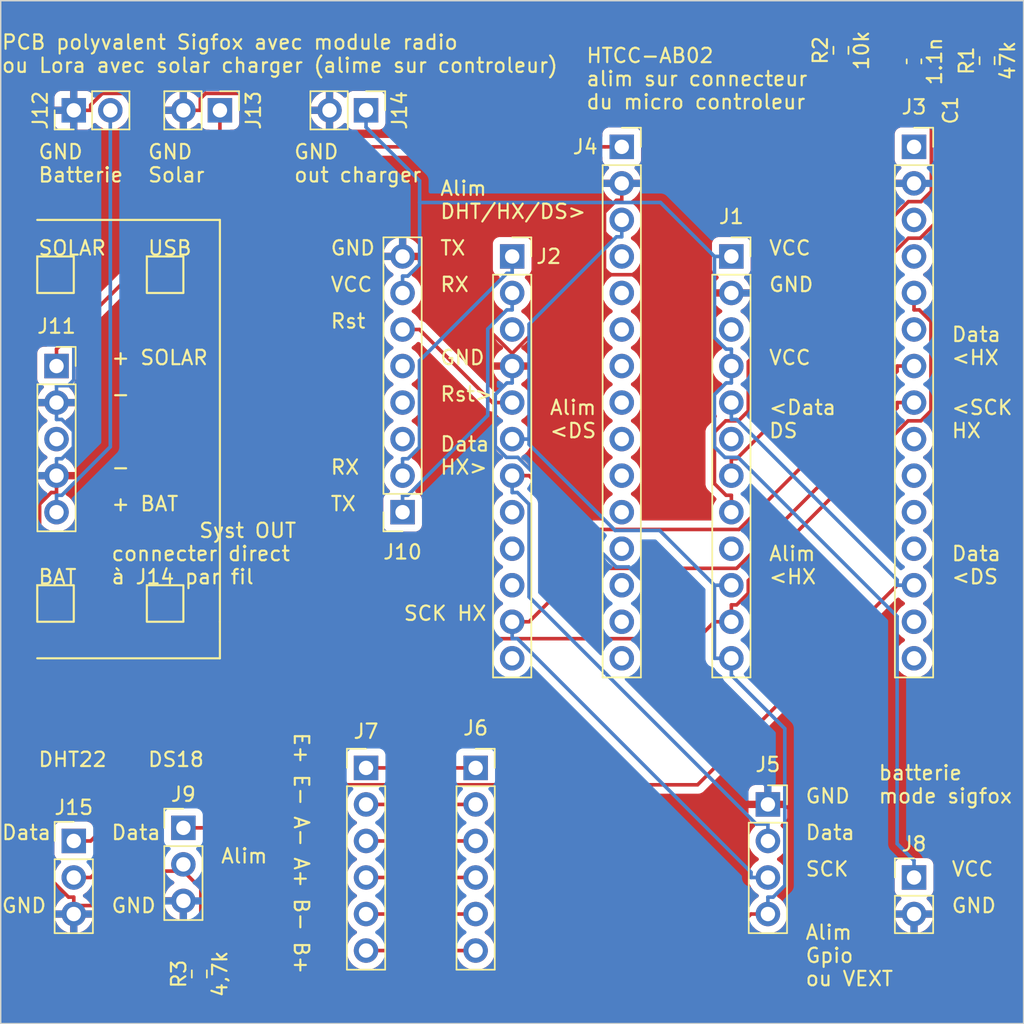
<source format=kicad_pcb>
(kicad_pcb (version 20240108) (generator "pcbnew") (generator_version "8.0")
  (title_block (date "sam. 04 avril 2015"))
  (layers (0 "F.Cu" signal) (31 "B.Cu" signal) (34 "B.Paste" user) (35 "F.Paste" user) (36 "B.SilkS" user "B.Silkscreen") (37 "F.SilkS" user "F.Silkscreen") (38 "B.Mask" user) (39 "F.Mask" user) (44 "Edge.Cuts" user))
  (net 0 "")
  (net 1 "GND")
  (net 2 "DS18B20_data")
  (net 3 "DHT PW")
  (net 4 "TX")
  (net 5 "RX")
  (net 8 "Reset")
  (net 9 "VCC")
  (net 10 "HX711_data")
  (net 11 "HX711_sck")
  (net 12 "Net-(J1-Pin_8)")
  (net 15 "Net-(J1-Pin_7)")
  (net 17 "DHT DATA")
  (net 41 "Net-(J6-Pin_1)")
  (net 42 "Net-(J6-Pin_2)")
  (net 43 "Net-(J6-Pin_3)")
  (net 44 "Net-(J6-Pin_4)")
  (net 45 "Net-(J6-Pin_5)")
  (net 46 "Net-(J6-Pin_6)")
  (net 52 "Net-(J11-Pin_1)")
  (net 54 "Net-(J11-Pin_5)")
  (footprint "Connector_PinSocket_2.54mm:PinSocket_1x15_P2.54mm_Vertical" (layer "F.Cu") (at 211.76 61.9)
    (property "Reference" "J3" (at 0 -2.77 0) (layer "F.SilkS"))
    (property "Value" "Conn_01x15" (hide yes))
    (pad "1" thru_hole rect (at 0 0) (size 1.7 1.7) (drill 1) (layers "*.Cu" "*.Mask"))
    (pad "2" thru_hole oval (at 0 2.54) (size 1.7 1.7) (drill 1) (layers "*.Cu" "*.Mask") (net 1 "GND"))
    (pad "3" thru_hole oval (at 0 5.08) (size 1.7 1.7) (drill 1) (layers "*.Cu" "*.Mask"))
    (pad "4" thru_hole oval (at 0 7.62) (size 1.7 1.7) (drill 1) (layers "*.Cu" "*.Mask"))
    (pad "5" thru_hole oval (at 0 10.16) (size 1.7 1.7) (drill 1) (layers "*.Cu" "*.Mask") (net 17 "DHT DATA"))
    (pad "6" thru_hole oval (at 0 12.7) (size 1.7 1.7) (drill 1) (layers "*.Cu" "*.Mask"))
    (pad "7" thru_hole oval (at 0 15.24) (size 1.7 1.7) (drill 1) (layers "*.Cu" "*.Mask") (net 10 "HX711_data"))
    (pad "8" thru_hole oval (at 0 17.78) (size 1.7 1.7) (drill 1) (layers "*.Cu" "*.Mask") (net 11 "HX711_sck"))
    (pad "9" thru_hole oval (at 0 20.32) (size 1.7 1.7) (drill 1) (layers "*.Cu" "*.Mask"))
    (pad "10" thru_hole oval (at 0 22.86) (size 1.7 1.7) (drill 1) (layers "*.Cu" "*.Mask"))
    (pad "11" thru_hole oval (at 0 25.4) (size 1.7 1.7) (drill 1) (layers "*.Cu" "*.Mask"))
    (pad "12" thru_hole oval (at 0 27.94) (size 1.7 1.7) (drill 1) (layers "*.Cu" "*.Mask"))
    (pad "13" thru_hole oval (at 0 30.48) (size 1.7 1.7) (drill 1) (layers "*.Cu" "*.Mask") (net 2 "DS18B20_data"))
    (pad "14" thru_hole oval (at 0 33.02) (size 1.7 1.7) (drill 1) (layers "*.Cu" "*.Mask"))
    (pad "15" thru_hole oval (at 0 35.56) (size 1.7 1.7) (drill 1) (layers "*.Cu" "*.Mask"))
  )
  (footprint "Connector_PinHeader_2.54mm:PinHeader_1x02_P2.54mm_Vertical" (layer "F.Cu") (at 173.66 59.36 -90)
    (property "Reference" "J14" (at 0 -2.33 90) (layer "F.SilkS"))
    (property "Value" "Conn_01x02" (hide yes))
    (pad "1" thru_hole rect (at 0 0 270) (size 1.7 1.7) (drill 1) (layers "*.Cu" "*.Mask") (net 9 "VCC"))
    (pad "2" thru_hole oval (at 0 2.54 270) (size 1.7 1.7) (drill 1) (layers "*.Cu" "*.Mask") (net 1 "GND"))
  )
  (footprint "Resistor_SMD:R_0603_1608Metric_Pad0.98x0.95mm_HandSolder" (layer "F.Cu") (at 206.68 55.1925 90)
    (property "Reference" "R2" (at 0 -1.43 90) (layer "F.SilkS"))
    (property "Value" "10k" (at 0 1.43 90) (layer "F.SilkS"))
    (pad "1" smd roundrect (at -0.9125 0 90) (size 0.975 0.95) (layers "F.Cu" "F.Paste" "F.Mask") (net 12 "Net-(J1-Pin_8)"))
    (pad "2" smd roundrect (at 0.9125 0 90) (size 0.975 0.95) (layers "F.Cu" "F.Paste" "F.Mask") (net 1 "GND"))
  )
  (footprint "Connector_PinHeader_2.54mm:PinHeader_1x02_P2.54mm_Vertical" (layer "F.Cu") (at 163.5 59.36 -90)
    (property "Reference" "J13" (at 0 -2.33 90) (layer "F.SilkS"))
    (property "Value" "Conn_01x02" (hide yes))
    (pad "1" thru_hole rect (at 0 0 270) (size 1.7 1.7) (drill 1) (layers "*.Cu" "*.Mask") (net 52 "Net-(J11-Pin_1)"))
    (pad "2" thru_hole oval (at 0 2.54 270) (size 1.7 1.7) (drill 1) (layers "*.Cu" "*.Mask") (net 1 "GND"))
  )
  (footprint "Connector_PinSocket_2.54mm:PinSocket_1x12_P2.54mm_Vertical" (layer "F.Cu") (at 199.06 69.52)
    (property "Reference" "J1" (at 0 -2.77 0) (layer "F.SilkS"))
    (property "Value" "Conn_01x12" (hide yes))
    (pad "1" thru_hole rect (at 0 0) (size 1.7 1.7) (drill 1) (layers "*.Cu" "*.Mask") (net 9 "VCC"))
    (pad "2" thru_hole oval (at 0 2.54) (size 1.7 1.7) (drill 1) (layers "*.Cu" "*.Mask") (net 1 "GND"))
    (pad "3" thru_hole oval (at 0 5.08) (size 1.7 1.7) (drill 1) (layers "*.Cu" "*.Mask"))
    (pad "4" thru_hole oval (at 0 7.62) (size 1.7 1.7) (drill 1) (layers "*.Cu" "*.Mask") (net 9 "VCC"))
    (pad "5" thru_hole oval (at 0 10.16) (size 1.7 1.7) (drill 1) (layers "*.Cu" "*.Mask") (net 2 "DS18B20_data"))
    (pad "6" thru_hole oval (at 0 12.7) (size 1.7 1.7) (drill 1) (layers "*.Cu" "*.Mask"))
    (pad "7" thru_hole oval (at 0 15.24) (size 1.7 1.7) (drill 1) (layers "*.Cu" "*.Mask") (net 15 "Net-(J1-Pin_7)"))
    (pad "8" thru_hole oval (at 0 17.78) (size 1.7 1.7) (drill 1) (layers "*.Cu" "*.Mask") (net 12 "Net-(J1-Pin_8)"))
    (pad "9" thru_hole oval (at 0 20.32) (size 1.7 1.7) (drill 1) (layers "*.Cu" "*.Mask"))
    (pad "10" thru_hole oval (at 0 22.86) (size 1.7 1.7) (drill 1) (layers "*.Cu" "*.Mask") (net 3 "DHT PW"))
    (pad "11" thru_hole oval (at 0 25.4) (size 1.7 1.7) (drill 1) (layers "*.Cu" "*.Mask") (net 17 "DHT DATA"))
    (pad "12" thru_hole oval (at 0 27.94) (size 1.7 1.7) (drill 1) (layers "*.Cu" "*.Mask") (net 3 "DHT PW"))
  )
  (footprint "Resistor_SMD:R_0603_1608Metric_Pad0.98x0.95mm_HandSolder" (layer "F.Cu") (at 162.07 119.4075 90)
    (property "Reference" "R3" (at 0 -1.43 90) (layer "F.SilkS"))
    (property "Value" "4,7k" (at 0 1.43 90) (layer "F.SilkS"))
    (pad "1" smd roundrect (at -0.9125 0 90) (size 0.975 0.95) (layers "F.Cu" "F.Paste" "F.Mask") (net 3 "DHT PW"))
    (pad "2" smd roundrect (at 0.9125 0 90) (size 0.975 0.95) (layers "F.Cu" "F.Paste" "F.Mask") (net 2 "DS18B20_data"))
  )
  (footprint "Connector_PinSocket_2.54mm:PinSocket_1x08_P2.54mm_Vertical" (layer "F.Cu") (at 176.2 87.3 180)
    (property "Reference" "J10" (at 0 -2.77 180) (layer "F.SilkS"))
    (property "Value" "Conn_01x08" (hide yes))
    (pad "1" thru_hole rect (at 0 0 180) (size 1.7 1.7) (drill 1) (layers "*.Cu" "*.Mask") (net 4 "TX"))
    (pad "2" thru_hole oval (at 0 2.54 180) (size 1.7 1.7) (drill 1) (layers "*.Cu" "*.Mask") (net 5 "RX"))
    (pad "3" thru_hole oval (at 0 5.08 180) (size 1.7 1.7) (drill 1) (layers "*.Cu" "*.Mask"))
    (pad "4" thru_hole oval (at 0 7.62 180) (size 1.7 1.7) (drill 1) (layers "*.Cu" "*.Mask"))
    (pad "5" thru_hole oval (at 0 10.16 180) (size 1.7 1.7) (drill 1) (layers "*.Cu" "*.Mask"))
    (pad "6" thru_hole oval (at 0 12.7 180) (size 1.7 1.7) (drill 1) (layers "*.Cu" "*.Mask") (net 8 "Reset"))
    (pad "7" thru_hole oval (at 0 15.24 180) (size 1.7 1.7) (drill 1) (layers "*.Cu" "*.Mask") (net 9 "VCC"))
    (pad "8" thru_hole oval (at 0 17.78 180) (size 1.7 1.7) (drill 1) (layers "*.Cu" "*.Mask") (net 1 "GND"))
  )
  (footprint "Connector_PinSocket_2.54mm:PinSocket_1x05_P2.54mm_Vertical" (layer "F.Cu") (at 152.14 77.14)
    (property "Reference" "J11" (at 0 -2.77 0) (layer "F.SilkS"))
    (property "Value" "Conn_01x05" (hide yes))
    (pad "1" thru_hole rect (at 0 0) (size 1.7 1.7) (drill 1) (layers "*.Cu" "*.Mask") (net 52 "Net-(J11-Pin_1)"))
    (pad "2" thru_hole oval (at 0 2.54) (size 1.7 1.7) (drill 1) (layers "*.Cu" "*.Mask") (net 1 "GND"))
    (pad "3" thru_hole oval (at 0 5.08) (size 1.7 1.7) (drill 1) (layers "*.Cu" "*.Mask"))
    (pad "4" thru_hole oval (at 0 7.62) (size 1.7 1.7) (drill 1) (layers "*.Cu" "*.Mask") (net 1 "GND"))
    (pad "5" thru_hole oval (at 0 10.16) (size 1.7 1.7) (drill 1) (layers "*.Cu" "*.Mask") (net 54 "Net-(J11-Pin_5)"))
  )
  (footprint "Connector_PinHeader_2.54mm:PinHeader_1x03_P2.54mm_Vertical" (layer "F.Cu") (at 153.34 110.16)
    (property "Reference" "J15" (at 0 -2.33 0) (layer "F.SilkS"))
    (property "Value" "Conn_01x03" (hide yes))
    (pad "1" thru_hole rect (at 0 0) (size 1.7 1.7) (drill 1) (layers "*.Cu" "*.Mask") (net 17 "DHT DATA"))
    (pad "2" thru_hole oval (at 0 2.54) (size 1.7 1.7) (drill 1) (layers "*.Cu" "*.Mask") (net 3 "DHT PW"))
    (pad "3" thru_hole oval (at 0 5.08) (size 1.7 1.7) (drill 1) (layers "*.Cu" "*.Mask") (net 1 "GND"))
  )
  (footprint "Connector_PinSocket_2.54mm:PinSocket_1x04_P2.54mm_Vertical" (layer "F.Cu") (at 201.6 107.62)
    (property "Reference" "J5" (at 0 -2.77 0) (layer "F.SilkS"))
    (property "Value" "Conn_01x04" (hide yes))
    (pad "1" thru_hole rect (at 0 0) (size 1.7 1.7) (drill 1) (layers "*.Cu" "*.Mask") (net 1 "GND"))
    (pad "2" thru_hole oval (at 0 2.54) (size 1.7 1.7) (drill 1) (layers "*.Cu" "*.Mask") (net 10 "HX711_data"))
    (pad "3" thru_hole oval (at 0 5.08) (size 1.7 1.7) (drill 1) (layers "*.Cu" "*.Mask") (net 11 "HX711_sck"))
    (pad "4" thru_hole oval (at 0 7.62) (size 1.7 1.7) (drill 1) (layers "*.Cu" "*.Mask") (net 3 "DHT PW"))
  )
  (footprint "Connector_PinHeader_2.54mm:PinHeader_1x03_P2.54mm_Vertical" (layer "F.Cu") (at 160.96 109.2475)
    (property "Reference" "J9" (at 0 -2.33 0) (layer "F.SilkS"))
    (property "Value" "Conn_01x03" (hide yes))
    (pad "1" thru_hole rect (at 0 0) (size 1.7 1.7) (drill 1) (layers "*.Cu" "*.Mask") (net 2 "DS18B20_data"))
    (pad "2" thru_hole oval (at 0 2.54) (size 1.7 1.7) (drill 1) (layers "*.Cu" "*.Mask") (net 3 "DHT PW"))
    (pad "3" thru_hole oval (at 0 5.08) (size 1.7 1.7) (drill 1) (layers "*.Cu" "*.Mask") (net 1 "GND"))
  )
  (footprint "Resistor_SMD:R_0603_1608Metric_Pad0.98x0.95mm_HandSolder" (layer "F.Cu") (at 216.84 55.9075 90)
    (property "Reference" "R1" (at 0 -1.43 90) (layer "F.SilkS"))
    (property "Value" "47k" (at 0 1.43 90) (layer "F.SilkS"))
    (pad "1" smd roundrect (at -0.9125 0 90) (size 0.975 0.95) (layers "F.Cu" "F.Paste" "F.Mask") (net 15 "Net-(J1-Pin_7)"))
    (pad "2" smd roundrect (at 0.9125 0 90) (size 0.975 0.95) (layers "F.Cu" "F.Paste" "F.Mask") (net 12 "Net-(J1-Pin_8)"))
  )
  (footprint "Connector_PinSocket_2.54mm:PinSocket_1x06_P2.54mm_Vertical" (layer "F.Cu") (at 181.28 105.08)
    (property "Reference" "J6" (at 0 -2.77 0) (layer "F.SilkS"))
    (property "Value" "Conn_01x06" (hide yes))
    (pad "1" thru_hole rect (at 0 0) (size 1.7 1.7) (drill 1) (layers "*.Cu" "*.Mask") (net 41 "Net-(J6-Pin_1)"))
    (pad "2" thru_hole oval (at 0 2.54) (size 1.7 1.7) (drill 1) (layers "*.Cu" "*.Mask") (net 42 "Net-(J6-Pin_2)"))
    (pad "3" thru_hole oval (at 0 5.08) (size 1.7 1.7) (drill 1) (layers "*.Cu" "*.Mask") (net 43 "Net-(J6-Pin_3)"))
    (pad "4" thru_hole oval (at 0 7.62) (size 1.7 1.7) (drill 1) (layers "*.Cu" "*.Mask") (net 44 "Net-(J6-Pin_4)"))
    (pad "5" thru_hole oval (at 0 10.16) (size 1.7 1.7) (drill 1) (layers "*.Cu" "*.Mask") (net 45 "Net-(J6-Pin_5)"))
    (pad "6" thru_hole oval (at 0 12.7) (size 1.7 1.7) (drill 1) (layers "*.Cu" "*.Mask") (net 46 "Net-(J6-Pin_6)"))
  )
  (footprint "Connector_PinHeader_2.54mm:PinHeader_1x02_P2.54mm_Vertical" (layer "F.Cu") (at 211.76 112.7)
    (property "Reference" "J8" (at 0 -2.33 0) (layer "F.SilkS"))
    (property "Value" "Conn_01x02" (hide yes))
    (pad "1" thru_hole rect (at 0 0) (size 1.7 1.7) (drill 1) (layers "*.Cu" "*.Mask") (net 9 "VCC"))
    (pad "2" thru_hole oval (at 0 2.54) (size 1.7 1.7) (drill 1) (layers "*.Cu" "*.Mask") (net 1 "GND"))
  )
  (footprint "Capacitor_SMD:C_0603_1608Metric_Pad1.08x0.95mm_HandSolder" (layer "F.Cu") (at 211.76 55.9575 90)
    (property "Reference" "C1" (at -3.4025 2.54 90) (layer "F.SilkS"))
    (property "Value" "1.1n" (at 0 1.43 90) (layer "F.SilkS"))
    (pad "1" smd roundrect (at -0.8625 0 90) (size 1.075 0.95) (layers "F.Cu" "F.Paste" "F.Mask") (net 12 "Net-(J1-Pin_8)"))
    (pad "2" smd roundrect (at 0.8625 0 90) (size 1.075 0.95) (layers "F.Cu" "F.Paste" "F.Mask") (net 1 "GND"))
  )
  (footprint "Connector_PinSocket_2.54mm:PinSocket_1x15_P2.54mm_Vertical" (layer "F.Cu") (at 191.44 61.9)
    (property "Reference" "J4" (at -2.54 0 0) (layer "F.SilkS"))
    (property "Value" "Conn_01x15" (hide yes))
    (pad "1" thru_hole rect (at 0 0) (size 1.7 1.7) (drill 1) (layers "*.Cu" "*.Mask") (net 52 "Net-(J11-Pin_1)"))
    (pad "2" thru_hole oval (at 0 2.54) (size 1.7 1.7) (drill 1) (layers "*.Cu" "*.Mask") (net 1 "GND"))
    (pad "3" thru_hole oval (at 0 5.08) (size 1.7 1.7) (drill 1) (layers "*.Cu" "*.Mask") (net 3 "DHT PW"))
    (pad "4" thru_hole oval (at 0 7.62) (size 1.7 1.7) (drill 1) (layers "*.Cu" "*.Mask"))
    (pad "5" thru_hole oval (at 0 10.16) (size 1.7 1.7) (drill 1) (layers "*.Cu" "*.Mask"))
    (pad "6" thru_hole oval (at 0 12.7) (size 1.7 1.7) (drill 1) (layers "*.Cu" "*.Mask"))
    (pad "7" thru_hole oval (at 0 15.24) (size 1.7 1.7) (drill 1) (layers "*.Cu" "*.Mask"))
    (pad "8" thru_hole oval (at 0 17.78) (size 1.7 1.7) (drill 1) (layers "*.Cu" "*.Mask"))
    (pad "9" thru_hole oval (at 0 20.32) (size 1.7 1.7) (drill 1) (layers "*.Cu" "*.Mask"))
    (pad "10" thru_hole oval (at 0 22.86) (size 1.7 1.7) (drill 1) (layers "*.Cu" "*.Mask"))
    (pad "11" thru_hole oval (at 0 25.4) (size 1.7 1.7) (drill 1) (layers "*.Cu" "*.Mask"))
    (pad "12" thru_hole oval (at 0 27.94) (size 1.7 1.7) (drill 1) (layers "*.Cu" "*.Mask"))
    (pad "13" thru_hole oval (at 0 30.48) (size 1.7 1.7) (drill 1) (layers "*.Cu" "*.Mask"))
    (pad "14" thru_hole oval (at 0 33.02) (size 1.7 1.7) (drill 1) (layers "*.Cu" "*.Mask"))
    (pad "15" thru_hole oval (at 0 35.56) (size 1.7 1.7) (drill 1) (layers "*.Cu" "*.Mask"))
  )
  (footprint "Connector_PinHeader_2.54mm:PinHeader_1x06_P2.54mm_Vertical" (layer "F.Cu") (at 173.66 105.08)
    (property "Reference" "J7" (at 0 -2.54 0) (layer "F.SilkS"))
    (property "Value" "Conn_01x06" (hide yes))
    (pad "1" thru_hole rect (at 0 0) (size 1.7 1.7) (drill 1) (layers "*.Cu" "*.Mask") (net 41 "Net-(J6-Pin_1)"))
    (pad "2" thru_hole oval (at 0 2.54) (size 1.7 1.7) (drill 1) (layers "*.Cu" "*.Mask") (net 42 "Net-(J6-Pin_2)"))
    (pad "3" thru_hole oval (at 0 5.08) (size 1.7 1.7) (drill 1) (layers "*.Cu" "*.Mask") (net 43 "Net-(J6-Pin_3)"))
    (pad "4" thru_hole oval (at 0 7.62) (size 1.7 1.7) (drill 1) (layers "*.Cu" "*.Mask") (net 44 "Net-(J6-Pin_4)"))
    (pad "5" thru_hole oval (at 0 10.16) (size 1.7 1.7) (drill 1) (layers "*.Cu" "*.Mask") (net 45 "Net-(J6-Pin_5)"))
    (pad "6" thru_hole oval (at 0 12.7) (size 1.7 1.7) (drill 1) (layers "*.Cu" "*.Mask") (net 46 "Net-(J6-Pin_6)"))
  )
  (footprint "Connector_PinHeader_2.54mm:PinHeader_1x02_P2.54mm_Vertical" (layer "F.Cu") (at 153.34 59.36 90)
    (property "Reference" "J12" (at 0 -2.33 90) (layer "F.SilkS"))
    (property "Value" "Conn_01x02" (hide yes))
    (pad "1" thru_hole rect (at 0 0 90) (size 1.7 1.7) (drill 1) (layers "*.Cu" "*.Mask") (net 1 "GND"))
    (pad "2" thru_hole oval (at 0 2.54 90) (size 1.7 1.7) (drill 1) (layers "*.Cu" "*.Mask") (net 54 "Net-(J11-Pin_5)"))
  )
  (footprint "Connector_PinSocket_2.54mm:PinSocket_1x12_P2.54mm_Vertical" (layer "F.Cu") (at 183.82 69.52)
    (property "Reference" "J2" (at 2.54 0 0) (layer "F.SilkS"))
    (property "Value" "Conn_01x12" (hide yes))
    (pad "1" thru_hole rect (at 0 0) (size 1.7 1.7) (drill 1) (layers "*.Cu" "*.Mask") (net 5 "RX"))
    (pad "2" thru_hole oval (at 0 2.54) (size 1.7 1.7) (drill 1) (layers "*.Cu" "*.Mask") (net 4 "TX"))
    (pad "3" thru_hole oval (at 0 5.08) (size 1.7 1.7) (drill 1) (layers "*.Cu" "*.Mask"))
    (pad "4" thru_hole oval (at 0 7.62) (size 1.7 1.7) (drill 1) (layers "*.Cu" "*.Mask") (net 1 "GND"))
    (pad "5" thru_hole oval (at 0 10.16) (size 1.7 1.7) (drill 1) (layers "*.Cu" "*.Mask") (net 8 "Reset"))
    (pad "6" thru_hole oval (at 0 12.7) (size 1.7 1.7) (drill 1) (layers "*.Cu" "*.Mask") (net 3 "DHT PW"))
    (pad "7" thru_hole oval (at 0 15.24) (size 1.7 1.7) (drill 1) (layers "*.Cu" "*.Mask") (net 10 "HX711_data"))
    (pad "8" thru_hole oval (at 0 17.78) (size 1.7 1.7) (drill 1) (layers "*.Cu" "*.Mask"))
    (pad "9" thru_hole oval (at 0 20.32) (size 1.7 1.7) (drill 1) (layers "*.Cu" "*.Mask"))
    (pad "10" thru_hole oval (at 0 22.86) (size 1.7 1.7) (drill 1) (layers "*.Cu" "*.Mask"))
    (pad "11" thru_hole oval (at 0 25.4) (size 1.7 1.7) (drill 1) (layers "*.Cu" "*.Mask") (net 11 "HX711_sck"))
    (pad "12" thru_hole oval (at 0 27.94) (size 1.7 1.7) (drill 1) (layers "*.Cu" "*.Mask"))
  )
  (gr_rect (start 150.8 69.52) (end 153.34 72.06) (stroke (width 0.15)) (fill none) (layer "F.SilkS"))
  (gr_line (start 163.5 94.92) (end 163.5 97.46) (stroke (width 0.15)) (layer "F.SilkS"))
  (gr_rect (start 158.42 69.52) (end 160.96 72.06) (stroke (width 0.15)) (fill none) (layer "F.SilkS"))
  (gr_line (start 150.8 66.98) (end 163.5 66.98) (stroke (width 0.15)) (layer "F.SilkS"))
  (gr_line (start 163.5 97.46) (end 150.8 97.46) (stroke (width 0.15)) (layer "F.SilkS"))
  (gr_rect (start 158.42 92.38) (end 160.96 94.92) (stroke (width 0.15)) (fill none) (layer "F.SilkS"))
  (gr_line (start 163.5 66.98) (end 163.5 94.92) (stroke (width 0.15)) (layer "F.SilkS"))
  (gr_rect (start 150.8 92.38) (end 153.34 94.92) (stroke (width 0.15)) (fill none) (layer "F.SilkS"))
  (gr_rect (start 148.26 51.74) (end 219.38 122.86) (stroke (width 0.1)) (fill none) (layer "Edge.Cuts"))
  (gr_text "Data" (at 155.88 110.16 0) (layer "F.SilkS") (effects (font (size 1 1)) (justify left bottom)))
  (gr_text "GND" (at 178.74 77.14 0) (layer "F.SilkS") (effects (font (size 1 1)) (justify left bottom)))
  (gr_text "Data\nHX>" (at 178.74 84.76 0) (layer "F.SilkS") (effects (font (size 1 1)) (justify left bottom)))
  (gr_text "-" (at 155.88 84.76 0) (layer "F.SilkS") (effects (font (size 1 1)) (justify left bottom)))
  (gr_text "TX" (at 178.74 69.52 0) (layer "F.SilkS") (effects (font (size 1 1)) (justify left bottom)))
  (gr_text "GND" (at 201.6 72.06 0) (layer "F.SilkS") (effects (font (size 1 1)) (justify left bottom)))
  (gr_text "GND" (at 148.26 115.24 0) (layer "F.SilkS") (effects (font (size 1 1)) (justify left bottom)))
  (gr_text "TX" (at 171.12 87.3 0) (layer "F.SilkS") (effects (font (size 1 1)) (justify left bottom)))
  (gr_text "SCK" (at 204.14 112.7 0) (layer "F.SilkS") (effects (font (size 1 1)) (justify left bottom)))
  (gr_text "GND\nSolar" (at 158.42 64.44 0) (layer "F.SilkS") (effects (font (size 1 1)) (justify left bottom)))
  (gr_text "Data" (at 204.14 110.16 0) (layer "F.SilkS") (effects (font (size 1 1)) (justify left bottom)))
  (gr_text "GND" (at 171.12 69.52 0) (layer "F.SilkS") (effects (font (size 1 1)) (justify left bottom)))
  (gr_text "VCC" (at 201.6 77.14 0) (layer "F.SilkS") (effects (font (size 1 1)) (justify left bottom)))
  (gr_text "GND\nout charger" (at 168.58 64.44 0) (layer "F.SilkS") (effects (font (size 1 1)) (justify left bottom)))
  (gr_text "Alim\n<DS" (at 186.36 82.22 0) (layer "F.SilkS") (effects (font (size 1 1)) (justify left bottom)))
  (gr_text "Alim\nDHT/HX/DS>" (at 178.74 66.98 0) (layer "F.SilkS") (effects (font (size 1 1)) (justify left bottom)))
  (gr_text "RX" (at 171.12 84.76 0) (layer "F.SilkS") (effects (font (size 1 1)) (justify left bottom)))
  (gr_text "GND" (at 204.14 107.62 0) (layer "F.SilkS") (effects (font (size 1 1)) (justify left bottom)))
  (gr_text "Rst>" (at 178.74 79.68 0) (layer "F.SilkS") (effects (font (size 1 1)) (justify left bottom)))
  (gr_text "BAT" (at 150.8 92.38 0) (layer "F.SilkS") (effects (font (size 1 1)) (justify left bottom)))
  (gr_text "<SCK\nHX" (at 214.3 82.22 0) (layer "F.SilkS") (effects (font (size 1 1)) (justify left bottom)))
  (gr_text "Data" (at 148.26 110.16 0) (layer "F.SilkS") (effects (font (size 1 1)) (justify left bottom)))
  (gr_text "+ SOLAR" (at 155.88 77.14 0) (layer "F.SilkS") (effects (font (size 1 1)) (justify left bottom)))
  (gr_text "USB" (at 158.42 69.52 0) (layer "F.SilkS") (effects (font (size 1 1)) (justify left bottom)))
  (gr_text "RX" (at 178.74 72.06 0) (layer "F.SilkS") (effects (font (size 1 1)) (justify left bottom)))
  (gr_text "batterie \nmode sigfox" (at 209.22 107.62 0) (layer "F.SilkS") (effects (font (size 1 1)) (justify left bottom)))
  (gr_text "SOLAR" (at 150.8 69.52 0) (layer "F.SilkS") (effects (font (size 1 1)) (justify left bottom)))
  (gr_text "SCK HX" (at 176.2 94.92 0) (layer "F.SilkS") (effects (font (size 1 1)) (justify left bottom)))
  (gr_text "Data\n<DS" (at 214.3 92.38 0) (layer "F.SilkS") (effects (font (size 1 1)) (justify left bottom)))
  (gr_text "Alim" (at 163.5 111.7875 0) (layer "F.SilkS") (effects (font (size 1 1)) (justify left bottom)))
  (gr_text "+ BAT" (at 155.88 87.3 0) (layer "F.SilkS") (effects (font (size 1 1)) (justify left bottom)))
  (gr_text "DHT22" (at 150.8 105.08 0) (layer "F.SilkS") (effects (font (size 1 1)) (justify left bottom)))
  (gr_text "DS18" (at 158.42 105.08 0) (layer "F.SilkS") (effects (font (size 1 1)) (justify left bottom)))
  (gr_text "        Syst OUT\nconnecter direct\nà J14 par fil" (at 155.88 92.38 0) (layer "F.SilkS") (effects (font (size 1 1)) (justify left bottom)))
  (gr_text "Alim\n<HX" (at 201.6 92.38 0) (layer "F.SilkS") (effects (font (size 1 1)) (justify left bottom)))
  (gr_text "HTCC-AB02\nalim sur connecteur\ndu micro controleur" (at 188.9 59.36 0) (layer "F.SilkS") (effects (font (size 1 1)) (justify left bottom)))
  (gr_text "GND\nBatterie" (at 150.8 64.44 0) (layer "F.SilkS") (effects (font (size 1 1)) (justify left bottom)))
  (gr_text "Alim\nGpio\nou VEXT" (at 204.14 120.32 0) (layer "F.SilkS") (effects (font (size 1 1)) (justify left bottom)))
  (gr_text "Rst" (at 171.12 74.6 0) (layer "F.SilkS") (effects (font (size 1 1)) (justify left bottom)))
  (gr_text "Data\n<HX" (at 214.3 77.14 0) (layer "F.SilkS") (effects (font (size 1 1)) (justify left bottom)))
  (gr_text "E+ E- A- A+ B- B+" (at 168.58 102.54 270) (layer "F.SilkS") (effects (font (size 1 1)) (justify left bottom)))
  (gr_text "VCC" (at 171.12 72.06 0) (layer "F.SilkS") (effects (font (size 1 1)) (justify left bottom)))
  (gr_text "-" (at 155.88 79.68 0) (layer "F.SilkS") (effects (font (size 1 1)) (justify left bottom)))
  (gr_text "VCC" (at 201.6 69.52 0) (layer "F.SilkS") (effects (font (size 1 1)) (justify left bottom)))
  (gr_text "GND" (at 155.88 115.24 0) (layer "F.SilkS") (effects (font (size 1 1)) (justify left bottom)))
  (gr_text "GND" (at 214.3 115.24 0) (layer "F.SilkS") (effects (font (size 1 1)) (justify left bottom)))
  (gr_text "<Data\nDS" (at 201.6 82.22 0) (layer "F.SilkS") (effects (font (size 1 1)) (justify left bottom)))
  (gr_text "VCC" (at 214.3 112.7 0) (layer "F.SilkS") (effects (font (size 1 1)) (justify left bottom)))
  (gr_text "PCB polyvalent Sigfox avec module radio\nou Lora avec solar charger (alime sur controleur)" (at 148.26 56.82 0) (layer "F.SilkS") (effects (font (size 1 1)) (justify left bottom)))
  (segment (start 152.14 85.9353) (end 151.7726 85.9353) (width 0.25) (layer "F.Cu") (net 1))
  (segment (start 191.44 65.6153) (end 191.0726 65.6153) (width 0.25) (layer "F.Cu") (net 1))
  (segment (start 160.96 59.36) (end 159.7847 59.36) (width 0.25) (layer "F.Cu") (net 1))
  (segment (start 208.6503 63.645) (end 205.8625 60.8572) (width 0.25) (layer "F.Cu") (net 1))
  (segment (start 152.9727 114.0647) (end 153.34 114.0647) (width 0.25) (layer "F.Cu") (net 1))
  (segment (start 155.3233 58.1847) (end 158.6094 58.1847) (width 0.25) (layer "F.Cu") (net 1))
  (segment (start 190.2381 66.4498) (end 190.2381 70.79) (width 0.25) (layer "F.Cu") (net 1))
  (segment (start 151.7726 85.9353) (end 150.9647 86.7432) (width 0.25) (layer "F.Cu") (net 1))
  (segment (start 150.9647 86.7432) (end 150.9647 112.0567) (width 0.25) (layer "F.Cu") (net 1))
  (segment (start 191.44 64.44) (end 191.44 65.6153) (width 0.25) (layer "F.Cu") (net 1))
  (segment (start 191.0726 65.6153) (end 190.2381 66.4498) (width 0.25) (layer "F.Cu") (net 1))
  (segment (start 158.6094 58.1847) (end 159.7847 59.36) (width 0.25) (layer "F.Cu") (net 1))
  (segment (start 153.34 114.6523) (end 153.34 114.0647) (width 0.25) (layer "F.Cu") (net 1))
  (segment (start 208.6503 63.645) (end 200.2353 72.06) (width 0.25) (layer "F.Cu") (net 1))
  (segment (start 183.82 77.14) (end 183.82 76.2623) (width 0.25) (layer "F.Cu") (net 1))
  (segment (start 153.34 59.36) (end 154.5153 59.36) (width 0.25) (layer "F.Cu") (net 1))
  (segment (start 202.7753 107.62) (end 210.3953 115.24) (width 0.25) (layer "F.Cu") (net 1))
  (segment (start 150.9647 112.0567) (end 152.9727 114.0647) (width 0.25) (layer "F.Cu") (net 1))
  (segment (start 201.6 107.62) (end 202.7753 107.62) (width 0.25) (layer "F.Cu") (net 1))
  (segment (start 154.5153 58.9927) (end 155.3233 58.1847) (width 0.25) (layer "F.Cu") (net 1))
  (segment (start 168.7694 58.1847) (end 162.5025 58.1847) (width 0.25) (layer "F.Cu") (net 1))
  (segment (start 205.8625 55.0975) (end 206.68 54.28) (width 0.25) (layer "F.Cu") (net 1))
  (segment (start 160.96 114.3275) (end 159.7847 114.3275) (width 0.25) (layer "F.Cu") (net 1))
  (segment (start 207.495 55.095) (end 206.68 54.28) (width 0.25) (layer "F.Cu") (net 1))
  (segment (start 205.8625 60.8572) (end 205.8625 55.0975) (width 0.25) (layer "F.Cu") (net 1))
  (segment (start 162.1353 58.5519) (end 162.1353 59.36) (width 0.25) (layer "F.Cu") (net 1))
  (segment (start 199.06 72.06) (end 200.2353 72.06) (width 0.25) (layer "F.Cu") (net 1))
  (segment (start 162.5025 58.1847) (end 162.1353 58.5519) (width 0.25) (layer "F.Cu") (net 1))
  (segment (start 210.6973 64.44) (end 209.4453 64.44) (width 0.25) (layer "F.Cu") (net 1))
  (segment (start 176.2 69.52) (end 177.3753 69.52) (width 0.25) (layer "F.Cu") (net 1))
  (segment (start 183.82 76.2623) (end 189.2923 70.79) (width 0.25) (layer "F.Cu") (net 1))
  (segment (start 177.3753 69.52) (end 177.3753 69.8176) (width 0.25) (layer "F.Cu") (net 1))
  (segment (start 169.9447 59.36) (end 168.7694 58.1847) (width 0.25) (layer "F.Cu") (net 1))
  (segment (start 160.96 59.36) (end 162.1353 59.36) (width 0.25) (layer "F.Cu") (net 1))
  (segment (start 210.3953 115.24) (end 211.76 115.24) (width 0.25) (layer "F.Cu") (net 1))
  (segment (start 209.4453 64.44) (end 208.6503 63.645) (width 0.25) (layer "F.Cu") (net 1))
  (segment (start 211.76 55.095) (end 207.495 55.095) (width 0.25) (layer "F.Cu") (net 1))
  (segment (start 189.2923 70.79) (end 190.2381 70.79) (width 0.25) (layer "F.Cu") (net 1))
  (segment (start 199.06 72.06) (end 197.8847 72.06) (width 0.25) (layer "F.Cu") (net 1))
  (segment (start 154.5153 59.36) (end 154.5153 58.9927) (width 0.25) (layer "F.Cu") (net 1))
  (segment (start 211.76 64.44) (end 210.6973 64.44) (width 0.25) (layer "F.Cu") (net 1))
  (segment (start 190.2381 70.79) (end 196.6147 70.79) (width 0.25) (layer "F.Cu") (net 1))
  (segment (start 171.12 59.36) (end 169.9447 59.36) (width 0.25) (layer "F.Cu") (net 1))
  (segment (start 177.3753 69.8176) (end 183.82 76.2623) (width 0.25) (layer "F.Cu") (net 1))
  (segment (start 159.4599 114.6523) (end 159.7847 114.3275) (width 0.25) (layer "F.Cu") (net 1))
  (segment (start 153.34 115.24) (end 153.34 114.6523) (width 0.25) (layer "F.Cu") (net 1))
  (segment (start 196.6147 70.79) (end 197.8847 72.06) (width 0.25) (layer "F.Cu") (net 1))
  (segment (start 152.14 84.76) (end 152.14 85.9353) (width 0.25) (layer "F.Cu") (net 1))
  (segment (start 153.34 114.6523) (end 159.4599 114.6523) (width 0.25) (layer "F.Cu") (net 1))
  (segment (start 183.417 83.49) (end 184.2136 83.49) (width 0.25) (layer "B.Cu") (net 1))
  (segment (start 184.2136 83.49) (end 189.871 89.1474) (width 0.25) (layer "B.Cu") (net 1))
  (segment (start 191.9294 91.11) (end 195.175 94.3556) (width 0.25) (layer "B.Cu") (net 1))
  (segment (start 189.871 89.9335) (end 191.0475 91.11) (width 0.25) (layer "B.Cu") (net 1))
  (segment (start 152.5073 83.5847) (end 153.3153 82.7767) (width 0.25) (layer "B.Cu") (net 1))
  (segment (start 195.175 94.3556) (end 195.175 100.0197) (width 0.25) (layer "B.Cu") (net 1))
  (segment (start 153.3153 82.7767) (end 153.3153 81.6632) (width 0.25) (layer "B.Cu") (net 1))
  (segment (start 171.12 59.36) (end 171.12 60.5353) (width 0.25) (layer "B.Cu") (net 1))
  (segment (start 152.14 84.76) (end 152.14 83.5847) (width 0.25) (layer "B.Cu") (net 1))
  (segment (start 183.82 77.14) (end 183.82 78.3153) (width 0.25) (layer "B.Cu") (net 1))
  (segment (start 152.14 79.68) (end 152.14 80.8553) (width 0.25) (layer "B.Cu") (net 1))
  (segment (start 189.871 89.1474) (end 189.871 89.9335) (width 0.25) (layer "B.Cu") (net 1))
  (segment (start 153.34 78.1127) (end 152.948 78.5047) (width 0.25) (layer "B.Cu") (net 1))
  (segment (start 171.12 60.5353) (end 176.2 65.6153) (width 0.25) (layer "B.Cu") (net 1))
  (segment (start 182.6447 82.7177) (end 183.417 83.49) (width 0.25) (layer "B.Cu") (net 1))
  (segment (start 152.14 79.68) (end 152.14 78.5047) (width 0.25) (layer "B.Cu") (net 1))
  (segment (start 183.82 78.3153) (end 183.4526 78.3153) (width 0.25) (layer "B.Cu") (net 1))
  (segment (start 152.14 83.5847) (end 152.5073 83.5847) (width 0.25) (layer "B.Cu") (net 1))
  (segment (start 201.6 107.62) (end 201.6 106.4447) (width 0.25) (layer "B.Cu") (net 1))
  (segment (start 152.5074 80.8553) (end 152.14 80.8553) (width 0.25) (layer "B.Cu") (net 1))
  (segment (start 182.6447 79.1232) (end 182.6447 82.7177) (width 0.25) (layer "B.Cu") (net 1))
  (segment (start 183.4526 78.3153) (end 182.6447 79.1232) (width 0.25) (layer "B.Cu") (net 1))
  (segment (start 153.3153 81.6632) (end 152.5074 80.8553) (width 0.25) (layer "B.Cu") (net 1))
  (segment (start 191.0475 91.11) (end 191.9294 91.11) (width 0.25) (layer "B.Cu") (net 1))
  (segment (start 152.948 78.5047) (end 152.14 78.5047) (width 0.25) (layer "B.Cu") (net 1))
  (segment (start 176.2 65.6153) (end 176.2 69.52) (width 0.25) (layer "B.Cu") (net 1))
  (segment (start 153.34 59.36) (end 153.34 78.1127) (width 0.25) (layer "B.Cu") (net 1))
  (segment (start 195.175 100.0197) (end 201.6 106.4447) (width 0.25) (layer "B.Cu") (net 1))
  (segment (start 162.6241 109.2475) (end 162.6241 117.9409) (width 0.25) (layer "F.Cu") (net 2))
  (segment (start 165.6162 106.2554) (end 162.6241 109.2475) (width 0.25) (layer "F.Cu") (net 2))
  (segment (start 210.5847 92.38) (end 196.7093 106.2554) (width 0.25) (layer "F.Cu") (net 2))
  (segment (start 160.96 109.2475) (end 162.1353 109.2475) (width 0.25) (layer "F.Cu") (net 2))
  (segment (start 162.6241 117.9409) (end 162.07 118.495) (width 0.25) (layer "F.Cu") (net 2))
  (segment (start 162.6241 109.2475) (end 162.1353 109.2475) (width 0.25) (layer "F.Cu") (net 2))
  (segment (start 196.7093 106.2554) (end 165.6162 106.2554) (width 0.25) (layer "F.Cu") (net 2))
  (segment (start 211.76 92.38) (end 210.5847 92.38) (width 0.25) (layer "F.Cu") (net 2))
  (segment (start 210.5847 92.38) (end 210.5847 92.0127) (width 0.25) (layer "B.Cu") (net 2))
  (segment (start 199.06 79.68) (end 199.06 80.8553) (width 0.25) (layer "B.Cu") (net 2))
  (segment (start 211.76 92.38) (end 210.5847 92.38) (width 0.25) (layer "B.Cu") (net 2))
  (segment (start 199.4273 80.8553) (end 199.06 80.8553) (width 0.25) (layer "B.Cu") (net 2))
  (segment (start 210.5847 92.0127) (end 199.4273 80.8553) (width 0.25) (layer "B.Cu") (net 2))
  (segment (start 162.07 120.0499) (end 195.6148 120.0499) (width 0.25) (layer "F.Cu") (net 3))
  (segment (start 161.2484 119.2283) (end 162.07 120.0499) (width 0.25) (layer "F.Cu") (net 3))
  (segment (start 161.2484 117.9891) (end 161.2484 119.2283) (width 0.25) (layer "F.Cu") (net 3))
  (segment (start 153.34 112.7) (end 154.5153 112.7) (width 0.25) (layer "F.Cu") (net 3))
  (segment (start 201.6 115.24) (end 200.4247 115.24) (width 0.25) (layer "F.Cu") (net 3))
  (segment (start 160.96 111.7875) (end 160.96 112.256) (width 0.25) (layer "F.Cu") (net 3))
  (segment (start 160.96 112.256) (end 162.1737 113.4697) (width 0.25) (layer "F.Cu") (net 3))
  (segment (start 154.5153 112.7) (end 154.9593 112.256) (width 0.25) (layer "F.Cu") (net 3))
  (segment (start 162.07 120.0499) (end 162.07 120.32) (width 0.25) (layer "F.Cu") (net 3))
  (segment (start 162.1737 117.0638) (end 161.2484 117.9891) (width 0.25) (layer "F.Cu") (net 3))
  (segment (start 162.1737 113.4697) (end 162.1737 117.0638) (width 0.25) (layer "F.Cu") (net 3))
  (segment (start 154.9593 112.256) (end 160.96 112.256) (width 0.25) (layer "F.Cu") (net 3))
  (segment (start 195.6148 120.0499) (end 200.4247 115.24) (width 0.25) (layer "F.Cu") (net 3))
  (segment (start 199.06 97.46) (end 197.8847 97.46) (width 0.25) (layer "B.Cu") (net 3))
  (segment (start 199.06 97.46) (end 199.06 98.6353) (width 0.25) (layer "B.Cu") (net 3))
  (segment (start 194.0747 88.57) (end 190.978 88.57) (width 0.25) (layer "B.Cu") (net 3))
  (segment (start 184.9953 74.2327) (end 191.0727 68.1553) (width 0.25) (layer "B.Cu") (net 3))
  (segment (start 191.0727 68.1553) (end 191.44 68.1553) (width 0.25) (layer "B.Cu") (net 3))
  (segment (start 199.06 92.38) (end 197.8847 92.38) (width 0.25) (layer "B.Cu") (net 3))
  (segment (start 183.82 82.22) (end 184.9953 82.22) (width 0.25) (layer "B.Cu") (net 3))
  (segment (start 184.9953 82.5873) (end 184.9953 82.22) (width 0.25) (layer "B.Cu") (net 3))
  (segment (start 201.6 115.24) (end 201.6 114.0647) (width 0.25) (layer "B.Cu") (net 3))
  (segment (start 202.7754 113.2566) (end 202.7754 102.3507) (width 0.25) (layer "B.Cu") (net 3))
  (segment (start 197.8847 97.46) (end 197.8847 92.38) (width 0.25) (layer "B.Cu") (net 3))
  (segment (start 191.44 66.98) (end 191.44 68.1553) (width 0.25) (layer "B.Cu") (net 3))
  (segment (start 184.9953 82.22) (end 184.9953 74.2327) (width 0.25) (layer "B.Cu") (net 3))
  (segment (start 201.6 114.0647) (end 201.9673 114.0647) (width 0.25) (layer "B.Cu") (net 3))
  (segment (start 201.9673 114.0647) (end 202.7754 113.2566) (width 0.25) (layer "B.Cu") (net 3))
  (segment (start 190.978 88.57) (end 184.9953 82.5873) (width 0.25) (layer "B.Cu") (net 3))
  (segment (start 202.7754 102.3507) (end 199.06 98.6353) (width 0.25) (layer "B.Cu") (net 3))
  (segment (start 197.8847 92.38) (end 194.0747 88.57) (width 0.25) (layer "B.Cu") (net 3))
  (segment (start 182.1214 74.5666) (end 183.4527 73.2353) (width 0.25) (layer "B.Cu") (net 4))
  (segment (start 176.5673 86.1247) (end 182.1214 80.5706) (width 0.25) (layer "B.Cu") (net 4))
  (segment (start 183.4527 73.2353) (end 183.82 73.2353) (width 0.25) (layer "B.Cu") (net 4))
  (segment (start 176.2 86.1247) (end 176.5673 86.1247) (width 0.25) (layer "B.Cu") (net 4))
  (segment (start 183.82 72.06) (end 183.82 73.2353) (width 0.25) (layer "B.Cu") (net 4))
  (segment (start 182.1214 80.5706) (end 182.1214 74.5666) (width 0.25) (layer "B.Cu") (net 4))
  (segment (start 176.2 87.3) (end 176.2 86.1247) (width 0.25) (layer "B.Cu") (net 4))
  (segment (start 176.2 84.76) (end 176.2 83.5847) (width 0.25) (layer "B.Cu") (net 5))
  (segment (start 177.3753 82.7768) (end 177.3753 76.7727) (width 0.25) (layer "B.Cu") (net 5))
  (segment (start 177.3753 76.7727) (end 183.4527 70.6953) (width 0.25) (layer "B.Cu") (net 5))
  (segment (start 183.82 69.52) (end 183.82 70.6953) (width 0.25) (layer "B.Cu") (net 5))
  (segment (start 176.5674 83.5847) (end 177.3753 82.7768) (width 0.25) (layer "B.Cu") (net 5))
  (segment (start 176.2 83.5847) (end 176.5674 83.5847) (width 0.25) (layer "B.Cu") (net 5))
  (segment (start 183.4527 70.6953) (end 183.82 70.6953) (width 0.25) (layer "B.Cu") (net 5))
  (segment (start 177.3753 74.6) (end 182.4553 79.68) (width 0.25) (layer "F.Cu") (net 8))
  (segment (start 176.2 74.6) (end 177.3753 74.6) (width 0.25) (layer "F.Cu") (net 8))
  (segment (start 182.4553 79.68) (end 183.82 79.68) (width 0.25) (layer "F.Cu") (net 8))
  (segment (start 210.5847 94.5491) (end 210.5847 110.3494) (width 0.25) (layer "B.Cu") (net 9))
  (segment (start 197.8812 82.7581) (end 198.6131 83.49) (width 0.25) (layer "B.Cu") (net 9))
  (segment (start 194.1342 65.7695) (end 197.8847 69.52) (width 0.25) (layer "B.Cu") (net 9))
  (segment (start 173.66 59.36) (end 173.66 60.5353) (width 0.25) (layer "B.Cu") (net 9))
  (segment (start 176.2 70.8847) (end 176.5673 70.8847) (width 0.25) (layer "B.Cu") (net 9))
  (segment (start 176.2 72.06) (end 176.2 70.8847) (width 0.25) (layer "B.Cu") (net 9))
  (segment (start 198.6131 83.49) (end 199.5256 83.49) (width 0.25) (layer "B.Cu") (net 9))
  (segment (start 177.386 65.7695) (end 177.386 64.2613) (width 0.25) (layer "B.Cu") (net 9))
  (segment (start 199.06 78.3153) (end 198.6927 78.3153) (width 0.25) (layer "B.Cu") (net 9))
  (segment (start 177.386 64.2613) (end 173.66 60.5353) (width 0.25) (layer "B.Cu") (net 9))
  (segment (start 199.06 69.52) (end 197.8847 69.52) (width 0.25) (layer "B.Cu") (net 9))
  (segment (start 177.386 65.7695) (end 194.1342 65.7695) (width 0.25) (layer "B.Cu") (net 9))
  (segment (start 199.5256 83.49) (end 210.5847 94.5491) (width 0.25) (layer "B.Cu") (net 9))
  (segment (start 211.76 112.7) (end 211.76 111.5247) (width 0.25) (layer "B.Cu") (net 9))
  (segment (start 210.5847 110.3494) (end 211.76 111.5247) (width 0.25) (layer "B.Cu") (net 9))
  (segment (start 176.5673 70.8847) (end 177.386 70.066) (width 0.25) (layer "B.Cu") (net 9))
  (segment (start 177.386 70.066) (end 177.386 65.7695) (width 0.25) (layer "B.Cu") (net 9))
  (segment (start 198.6927 75.9647) (end 199.06 75.9647) (width 0.25) (layer "B.Cu") (net 9))
  (segment (start 199.06 77.14) (end 199.06 78.3153) (width 0.25) (layer "B.Cu") (net 9))
  (segment (start 198.6927 78.3153) (end 197.8812 79.1268) (width 0.25) (layer "B.Cu") (net 9))
  (segment (start 197.8847 69.52) (end 197.8847 75.1567) (width 0.25) (layer "B.Cu") (net 9))
  (segment (start 197.8812 79.1268) (end 197.8812 82.7581) (width 0.25) (layer "B.Cu") (net 9))
  (segment (start 199.06 77.14) (end 199.06 75.9647) (width 0.25) (layer "B.Cu") (net 9))
  (segment (start 197.8847 75.1567) (end 198.6927 75.9647) (width 0.25) (layer "B.Cu") (net 9))
  (segment (start 188.7382 88.5029) (end 199.5891 88.5029) (width 0.25) (layer "F.Cu") (net 10))
  (segment (start 184.9953 84.76) (end 188.7382 88.5029) (width 0.25) (layer "F.Cu") (net 10))
  (segment (start 211.76 77.14) (end 210.5847 77.14) (width 0.25) (layer "F.Cu") (net 10))
  (segment (start 183.82 84.76) (end 184.9953 84.76) (width 0.25) (layer "F.Cu") (net 10))
  (segment (start 210.5847 77.5073) (end 210.5847 77.14) (width 0.25) (layer "F.Cu") (net 10))
  (segment (start 199.5891 88.5029) (end 210.5847 77.5073) (width 0.25) (layer "F.Cu") (net 10))
  (segment (start 201.6 108.9847) (end 200.792 108.9847) (width 0.25) (layer "B.Cu") (net 10))
  (segment (start 184.9953 93.188) (end 184.9953 86.7432) (width 0.25) (layer "B.Cu") (net 10))
  (segment (start 201.6 110.16) (end 201.6 108.9847) (width 0.25) (layer "B.Cu") (net 10))
  (segment (start 200.792 108.9847) (end 184.9953 93.188) (width 0.25) (layer "B.Cu") (net 10))
  (segment (start 184.9953 86.7432) (end 184.1874 85.9353) (width 0.25) (layer "B.Cu") (net 10))
  (segment (start 184.1874 85.9353) (end 183.82 85.9353) (width 0.25) (layer "B.Cu") (net 10))
  (segment (start 183.82 84.76) (end 183.82 85.9353) (width 0.25) (layer "B.Cu") (net 10))
  (segment (start 183.82 94.92) (end 184.9953 94.92) (width 0.25) (layer "F.Cu") (net 11))
  (segment (start 188.7107 91.2046) (end 199.4274 91.2046) (width 0.25) (layer "F.Cu") (net 11))
  (segment (start 211.76 79.68) (end 210.5847 79.68) (width 0.25) (layer "F.Cu") (net 11))
  (segment (start 210.5847 80.0473) (end 210.5847 79.68) (width 0.25) (layer "F.Cu") (net 11))
  (segment (start 184.9953 94.92) (end 188.7107 91.2046) (width 0.25) (layer "F.Cu") (net 11))
  (segment (start 199.4274 91.2046) (end 210.5847 80.0473) (width 0.25) (layer "F.Cu") (net 11))
  (segment (start 183.82 94.92) (end 183.82 96.0953) (width 0.25) (layer "B.Cu") (net 11))
  (segment (start 200.4247 112.7) (end 200.4247 112.3327) (width 0.25) (layer "B.Cu") (net 11))
  (segment (start 184.1873 96.0953) (end 183.82 96.0953) (width 0.25) (layer "B.Cu") (net 11))
  (segment (start 201.6 112.7) (end 200.4247 112.7) (width 0.25) (layer "B.Cu") (net 11))
  (segment (start 200.4247 112.3327) (end 184.1873 96.0953) (width 0.25) (layer "B.Cu") (net 11))
  (segment (start 199.06 86.1247) (end 198.6927 86.1247) (width 0.25) (layer "F.Cu") (net 12))
  (segment (start 212.2487 65.71) (end 212.9658 64.9929) (width 0.25) (layer "F.Cu") (net 12))
  (segment (start 197.8832 81.7306) (end 198.6638 80.95) (width 0.25) (layer "F.Cu") (net 12))
  (segment (start 211.3657 65.71) (end 212.2487 65.71) (width 0.25) (layer "F.Cu") (net 12))
  (segment (start 212.9658 64.9929) (end 212.9658 58.0258) (width 0.25) (layer "F.Cu") (net 12))
  (segment (start 197.8832 85.3152) (end 197.8832 81.7306) (width 0.25) (layer "F.Cu") (net 12))
  (segment (start 212.9658 58.0258) (end 215.9966 54.995) (width 0.25) (layer "F.Cu") (net 12))
  (segment (start 206.68 56.105) (end 207.395 56.82) (width 0.25) (layer "F.Cu") (net 12))
  (segment (start 215.9966 54.995) (end 216.84 54.995) (width 0.25) (layer "F.Cu") (net 12))
  (segment (start 198.6638 80.95) (end 199.5478 80.95) (width 0.25) (layer "F.Cu") (net 12))
  (segment (start 207.395 56.82) (end 211.76 56.82) (width 0.25) (layer "F.Cu") (net 12))
  (segment (start 200.2353 80.2625) (end 200.2353 76.8404) (width 0.25) (layer "F.Cu") (net 12))
  (segment (start 200.2353 76.8404) (end 211.3657 65.71) (width 0.25) (layer "F.Cu") (net 12))
  (segment (start 198.6927 86.1247) (end 197.8832 85.3152) (width 0.25) (layer "F.Cu") (net 12))
  (segment (start 212.9658 58.0258) (end 211.76 56.82) (width 0.25) (layer "F.Cu") (net 12))
  (segment (start 199.06 87.3) (end 199.06 86.1247) (width 0.25) (layer "F.Cu") (net 12))
  (segment (start 199.5478 80.95) (end 200.2353 80.2625) (width 0.25) (layer "F.Cu") (net 12))
  (segment (start 210.1899 69.4272) (end 211.3671 68.25) (width 0.25) (layer "F.Cu") (net 15))
  (segment (start 212.1865 68.25) (end 216.84 63.5965) (width 0.25) (layer "F.Cu") (net 15))
  (segment (start 216.84 63.5965) (end 216.84 56.82) (width 0.25) (layer "F.Cu") (net 15))
  (segment (start 210.1899 72.8221) (end 210.1899 69.4272) (width 0.25) (layer "F.Cu") (net 15))
  (segment (start 199.06 83.5847) (end 199.4273 83.5847) (width 0.25) (layer "F.Cu") (net 15))
  (segment (start 199.06 84.76) (end 199.06 83.5847) (width 0.25) (layer "F.Cu") (net 15))
  (segment (start 211.3671 68.25) (end 212.1865 68.25) (width 0.25) (layer "F.Cu") (net 15))
  (segment (start 199.4273 83.5847) (end 210.1899 72.8221) (width 0.25) (layer "F.Cu") (net 15))
  (segment (start 212.24 80.95) (end 212.9353 80.2547) (width 0.25) (layer "F.Cu") (net 17))
  (segment (start 197.8847 94.92) (end 196.7094 96.0953) (width 0.25) (layer "F.Cu") (net 17))
  (segment (start 200.2353 92.9368) (end 200.2353 92.0605) (width 0.25) (layer "F.Cu") (net 17))
  (segment (start 212.9353 80.2547) (end 212.9353 74.0432) (width 0.25) (layer "F.Cu") (net 17))
  (segment (start 168.58 96.0953) (end 154.5153 110.16) (width 0.25) (layer "F.Cu") (net 17))
  (segment (start 196.7094 96.0953) (end 168.58 96.0953) (width 0.25) (layer "F.Cu") (net 17))
  (segment (start 199.4274 93.7447) (end 200.2353 92.9368) (width 0.25) (layer "F.Cu") (net 17))
  (segment (start 212.9353 74.0432) (end 212.1274 73.2353) (width 0.25) (layer "F.Cu") (net 17))
  (segment (start 211.76 72.06) (end 211.76 73.2353) (width 0.25) (layer "F.Cu") (net 17))
  (segment (start 153.34 110.16) (end 154.5153 110.16) (width 0.25) (layer "F.Cu") (net 17))
  (segment (start 212.1274 73.2353) (end 211.76 73.2353) (width 0.25) (layer "F.Cu") (net 17))
  (segment (start 200.2353 92.0605) (end 211.3458 80.95) (width 0.25) (layer "F.Cu") (net 17))
  (segment (start 198.4724 94.92) (end 199.06 94.92) (width 0.25) (layer "F.Cu") (net 17))
  (segment (start 199.06 93.7447) (end 199.4274 93.7447) (width 0.25) (layer "F.Cu") (net 17))
  (segment (start 199.06 94.92) (end 199.06 93.7447) (width 0.25) (layer "F.Cu") (net 17))
  (segment (start 198.4724 94.92) (end 197.8847 94.92) (width 0.25) (layer "F.Cu") (net 17))
  (segment (start 211.3458 80.95) (end 212.24 80.95) (width 0.25) (layer "F.Cu") (net 17))
  (segment (start 173.66 105.08) (end 181.28 105.08) (width 0.25) (layer "F.Cu") (net 41))
  (segment (start 173.66 107.62) (end 181.28 107.62) (width 0.25) (layer "F.Cu") (net 42))
  (segment (start 173.66 110.16) (end 181.28 110.16) (width 0.25) (layer "F.Cu") (net 43))
  (segment (start 173.66 112.7) (end 181.28 112.7) (width 0.25) (layer "F.Cu") (net 44))
  (segment (start 173.66 115.24) (end 181.28 115.24) (width 0.25) (layer "F.Cu") (net 45))
  (segment (start 173.66 117.78) (end 181.28 117.78) (width 0.25) (layer "F.Cu") (net 46))
  (segment (start 163.5 61.9) (end 163.5 59.36) (width 0.25) (layer "F.Cu") (net 52))
  (segment (start 163.5 64.6047) (end 163.5 61.9) (width 0.25) (layer "F.Cu") (net 52))
  (segment (start 191.44 61.9) (end 190.2647 61.9) (width 0.25) (layer "F.Cu") (net 52))
  (segment (start 152.14 75.9647) (end 163.5 64.6047) (width 0.25) (layer "F.Cu") (net 52))
  (segment (start 152.14 77.14) (end 152.14 75.9647) (width 0.25) (layer "F.Cu") (net 52))
  (segment (start 163.5 61.9) (end 190.2647 61.9) (width 0.25) (layer "F.Cu") (net 52))
  (segment (start 152.14 86.1247) (end 152.5073 86.1247) (width 0.25) (layer "B.Cu") (net 54))
  (segment (start 155.88 82.752) (end 155.88 59.36) (width 0.25) (layer "B.Cu") (net 54))
  (segment (start 152.14 87.3) (end 152.14 86.1247) (width 0.25) (layer "B.Cu") (net 54))
  (segment (start 152.5073 86.1247) (end 155.88 82.752) (width 0.25) (layer "B.Cu") (net 54))
  (zone (net 1) (net_name "GND") (layer "F.Cu") (priority 4) (connect_pads (clearance 0.5)) (min_thickness 0.25) (fill yes (thermal_gap 0.5) (thermal_bridge_width 0.5))
    (polygon (pts (xy 148.26 51.74) (xy 219.38 51.74) (xy 219.38 122.86) (xy 148.26 122.86)))
  )
  (zone (net 1) (net_name "GND") (layer "F.Cu") (priority 3) (connect_pads (clearance 0.5)) (min_thickness 0.25) (fill yes (thermal_gap 0.5) (thermal_bridge_width 0.5))
    (polygon (pts (xy 148.26 51.74) (xy 219.38 51.74) (xy 219.38 122.86) (xy 148.26 122.86)))
  )
  (zone (net 1) (net_name "GND") (layer "B.Cu") (priority 1) (connect_pads (clearance 0.5)) (min_thickness 0.25) (fill yes (thermal_gap 0.5) (thermal_bridge_width 0.5))
    (polygon (pts (xy 148.26 51.74) (xy 219.38 51.74) (xy 219.38 122.86) (xy 148.26 122.86)))
  )
)
</source>
